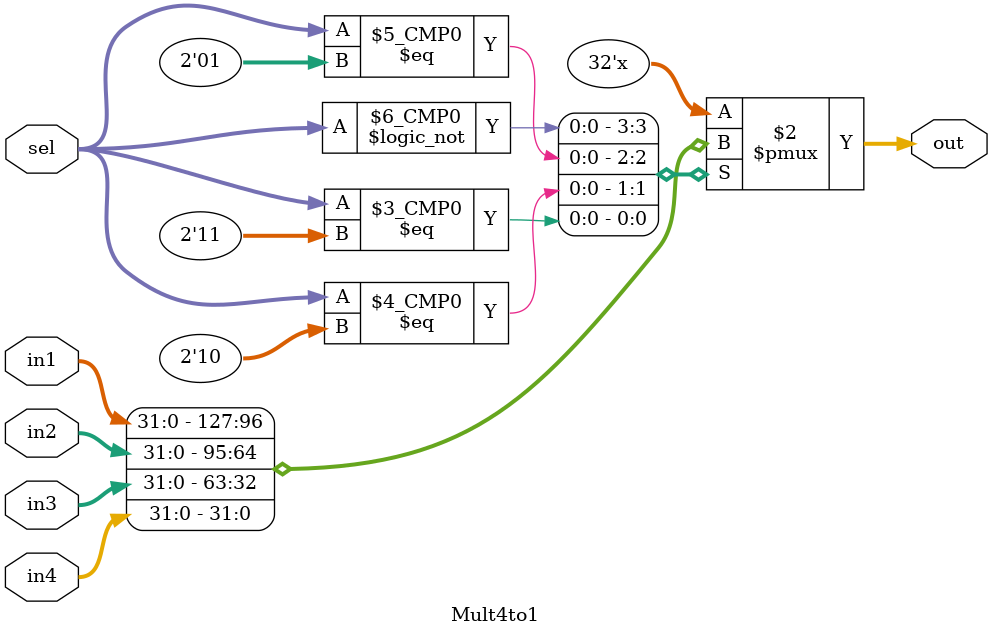
<source format=v>
module Mult4to1 (in1, in2, in3, in4, sel, out);
input [31:0] in1, in2, in3, in4; 
input [1:0] sel;
output reg [31:0] out;
    always @(*) begin
        case (sel)
            0 : out = in1;
            1 : out = in2;
            2 : out = in3;
            3 : out = in4;
        endcase
    end
endmodule

</source>
